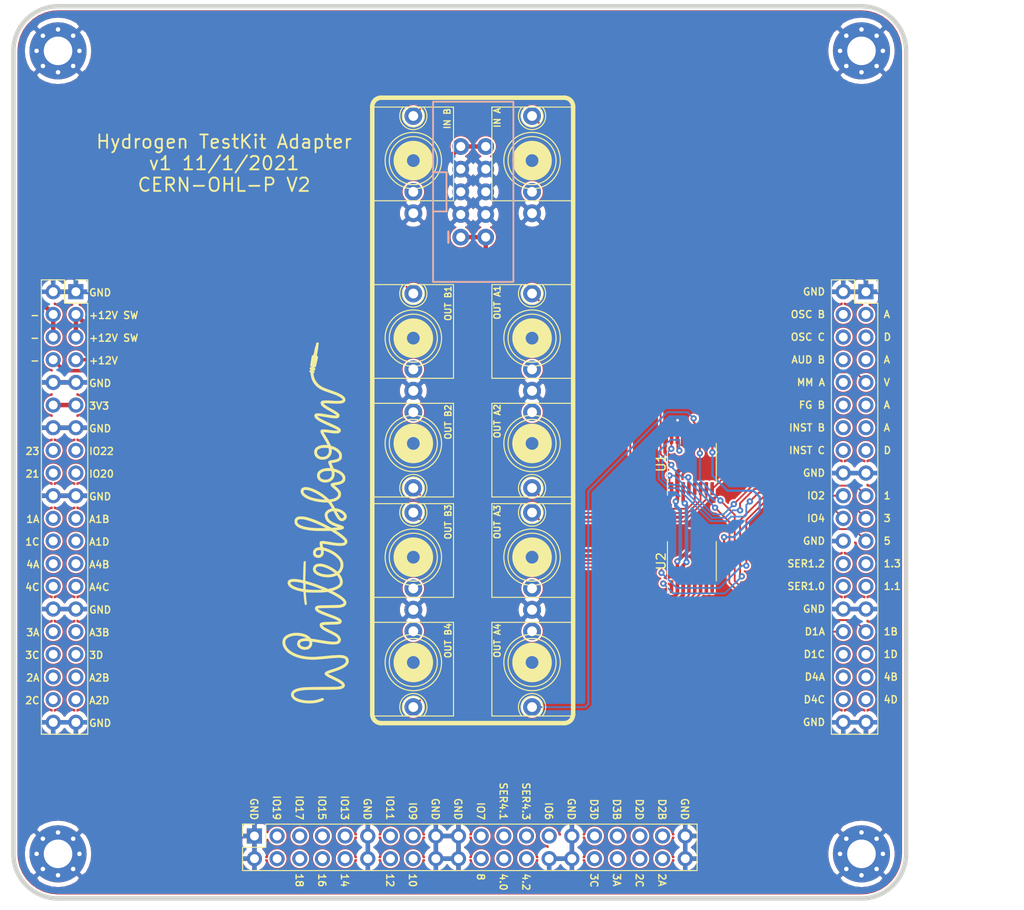
<source format=kicad_pcb>
(kicad_pcb (version 20171130) (host pcbnew "(5.1.10-1-10_14)")
  (title_block (title Hydrogen) (date 2021-10-07) (rev v2) (company Winterbloom) (comment 1 "Alethea Flowers") (comment 2 "CERN-OHL-P V2") (comment 3 hydrogen.wntr.dev))
  (layers (0 F.Cu signal) (31 B.Cu signal) (34 B.Paste user) (35 F.Paste user) (36 B.SilkS user) (37 F.SilkS user) (38 B.Mask user) (39 F.Mask user) (44 Edge.Cuts user))
  (net 0 "")
  (net 1 +12V)
  (net 2 -12V)
  (net 3 +3V3)
  (net 4 GND)
  (net 5 SERIAL1.3)
  (net 6 SERIAL1.2)
  (net 7 SERIAL1.1)
  (net 8 SERIAL1.0)
  (net 9 +12VDOWNSTREAM)
  (net 10 -12VDOWNSTREAM)
  (net 11 /DAC_4D)
  (net 12 /DAC_2D)
  (net 13 /DAC_4C)
  (net 14 /DAC_2C)
  (net 15 /DAC_4B)
  (net 16 /DAC_2B)
  (net 17 /DAC_4A)
  (net 18 /DAC_2A)
  (net 19 /DAC_3D)
  (net 20 /DAC_1D)
  (net 21 /DAC_3C)
  (net 22 /DAC_1C)
  (net 23 /DAC_3B)
  (net 24 /DAC_1B)
  (net 25 /DAC_3A)
  (net 26 /DAC_1A)
  (net 27 SERIAL4.3)
  (net 28 SERIAL4.2)
  (net 29 SERIAL4.1)
  (net 30 SERIAL4.0)
  (net 31 /EXT_FG_B)
  (net 32 /EXT_FG_A)
  (net 33 /EXT_MM_A)
  (net 34 /EXT_MM_V)
  (net 35 /EXT_AUDIO_B)
  (net 36 /EXT_AUDIO_A)
  (net 37 /EXT_OSC_C)
  (net 38 /EXT_OSC_D)
  (net 39 /EXT_OSC_B)
  (net 40 /EXT_OSC_A)
  (net 41 /IO5)
  (net 42 /IO4)
  (net 43 /IO3)
  (net 44 /IO2)
  (net 45 /IO1)
  (net 46 /ADC_1D)
  (net 47 /ADC_1C)
  (net 48 /ADC_1B)
  (net 49 /ADC_1A)
  (net 50 /ADC_4A)
  (net 51 /ADC_4B)
  (net 52 /ADC_4C)
  (net 53 /ADC_4D)
  (net 54 /ADC_2A)
  (net 55 /ADC_2B)
  (net 56 /ADC_2C)
  (net 57 /ADC_2D)
  (net 58 /ADC_3D)
  (net 59 /ADC_3C)
  (net 60 /ADC_3B)
  (net 61 /ADC_3A)
  (net 62 /IO6)
  (net 63 /IO7)
  (net 64 /IO8)
  (net 65 /IO9)
  (net 66 /IO10)
  (net 67 /IO11)
  (net 68 /IO12)
  (net 69 /IO13)
  (net 70 /IO14)
  (net 71 /IO15)
  (net 72 /IO16)
  (net 73 /IO17)
  (net 74 /IO18)
  (net 75 /IO19)
  (net 76 /IO20)
  (net 77 /IO21)
  (net 78 /IO22)
  (net 79 /IO23)
  (net 80 /EXT_INST_C)
  (net 81 /EXT_INST_D)
  (net 82 /EXT_INST_B)
  (net 83 /EXT_INST_A)
  (net 84 "Net-(J3-PadTN)")
  (net 85 "Net-(J4-PadTN)")
  (net 86 "Net-(J5-PadTN)")
  (net 87 "Net-(J6-PadTN)")
  (net 88 "Net-(J8-PadTN)")
  (net 89 "Net-(J9-PadTN)")
  (net 90 "Net-(J10-PadTN)")
  (net 91 "Net-(J11-PadTN)")
  (net 92 "Net-(BB2-Pad4)")
  (net 93 "Net-(J2-PadTN)")
  (net 94 "Net-(J7-PadTN)")
  (net 95 /OUT_A1)
  (net 96 /OUT_A2)
  (net 97 /OUT_A3)
  (net 98 /OUT_A4)
  (net 99 /OUT_B1)
  (net 100 /OUT_B2)
  (net 101 /OUT_B3)
  (net 102 /OUT_B4)
  (net 103 "Net-(U1-Pad9)")
  (net 104 "Net-(U2-Pad12)")
  (net 105 "Net-(U2-Pad11)")
  (net 106 "Net-(U2-Pad10)")
  (net 107 "Net-(U2-Pad9)")
  (net 108 "Net-(U2-Pad7)")
  (module Package_SO:TSSOP-16_4.4x5mm_P0.65mm (layer F.Cu) (at 151 111.2 90)
    (fp_text reference U2 (at 0 -3.45 90) (layer F.SilkS))
    (fp_text value MUX508)
    (pad 16 smd roundrect (at 2.8625 -2.275 90) (size 1.475 0.4) (layers F.Cu F.Paste F.Mask) (net 41 /IO5))
    (pad 15 smd roundrect (at 2.8625 -1.625 90) (size 1.475 0.4) (layers F.Cu F.Paste F.Mask) (net 4 GND))
    (pad 14 smd roundrect (at 2.8625 -0.975 90) (size 1.475 0.4) (layers F.Cu F.Paste F.Mask) (net 4 GND))
    (pad 13 smd roundrect (at 2.8625 -0.325 90) (size 1.475 0.4) (layers F.Cu F.Paste F.Mask) (net 1 +12V))
    (pad 12 smd roundrect (at 2.8625 0.325 90) (size 1.475 0.4) (layers F.Cu F.Paste F.Mask) (net 104 "Net-(U2-Pad12)"))
    (pad 11 smd roundrect (at 2.8625 0.975 90) (size 1.475 0.4) (layers F.Cu F.Paste F.Mask) (net 105 "Net-(U2-Pad11)"))
    (pad 10 smd roundrect (at 2.8625 1.625 90) (size 1.475 0.4) (layers F.Cu F.Paste F.Mask) (net 106 "Net-(U2-Pad10)"))
    (pad 9 smd roundrect (at 2.8625 2.275 90) (size 1.475 0.4) (layers F.Cu F.Paste F.Mask) (net 107 "Net-(U2-Pad9)"))
    (pad 8 smd roundrect (at -2.8625 2.275 90) (size 1.475 0.4) (layers F.Cu F.Paste F.Mask) (net 103 "Net-(U1-Pad9)"))
    (pad 7 smd roundrect (at -2.8625 1.625 90) (size 1.475 0.4) (layers F.Cu F.Paste F.Mask) (net 108 "Net-(U2-Pad7)"))
    (pad 6 smd roundrect (at -2.8625 0.975 90) (size 1.475 0.4) (layers F.Cu F.Paste F.Mask) (net 102 /OUT_B4))
    (pad 5 smd roundrect (at -2.8625 0.325 90) (size 1.475 0.4) (layers F.Cu F.Paste F.Mask) (net 101 /OUT_B3))
    (pad 4 smd roundrect (at -2.8625 -0.325 90) (size 1.475 0.4) (layers F.Cu F.Paste F.Mask) (net 100 /OUT_B2))
    (pad 3 smd roundrect (at -2.8625 -0.975 90) (size 1.475 0.4) (layers F.Cu F.Paste F.Mask) (net 2 -12V))
    (pad 2 smd roundrect (at -2.8625 -1.625 90) (size 1.475 0.4) (layers F.Cu F.Paste F.Mask) (net 1 +12V))
    (pad 1 smd roundrect (at -2.8625 -2.275 90) (size 1.475 0.4) (layers F.Cu F.Paste F.Mask) (net 42 /IO4))
  )
  (module Package_SO:TSSOP-16_4.4x5mm_P0.65mm (layer F.Cu) (at 151 100.2 90)
    (fp_text reference U1 (at 0 -3.45 90) (layer F.SilkS))
    (fp_text value MUX508)
    (pad 16 smd roundrect (at 2.8625 -2.275 90) (size 1.475 0.4) (layers F.Cu F.Paste F.Mask) (net 44 /IO2))
    (pad 15 smd roundrect (at 2.8625 -1.625 90) (size 1.475 0.4) (layers F.Cu F.Paste F.Mask) (net 43 /IO3))
    (pad 14 smd roundrect (at 2.8625 -0.975 90) (size 1.475 0.4) (layers F.Cu F.Paste F.Mask) (net 4 GND))
    (pad 13 smd roundrect (at 2.8625 -0.325 90) (size 1.475 0.4) (layers F.Cu F.Paste F.Mask) (net 1 +12V))
    (pad 12 smd roundrect (at 2.8625 0.325 90) (size 1.475 0.4) (layers F.Cu F.Paste F.Mask) (net 98 /OUT_A4))
    (pad 11 smd roundrect (at 2.8625 0.975 90) (size 1.475 0.4) (layers F.Cu F.Paste F.Mask) (net 24 /DAC_1B))
    (pad 10 smd roundrect (at 2.8625 1.625 90) (size 1.475 0.4) (layers F.Cu F.Paste F.Mask) (net 99 /OUT_B1))
    (pad 9 smd roundrect (at 2.8625 2.275 90) (size 1.475 0.4) (layers F.Cu F.Paste F.Mask) (net 103 "Net-(U1-Pad9)"))
    (pad 8 smd roundrect (at -2.8625 2.275 90) (size 1.475 0.4) (layers F.Cu F.Paste F.Mask) (net 34 /EXT_MM_V))
    (pad 7 smd roundrect (at -2.8625 1.625 90) (size 1.475 0.4) (layers F.Cu F.Paste F.Mask) (net 97 /OUT_A3))
    (pad 6 smd roundrect (at -2.8625 0.975 90) (size 1.475 0.4) (layers F.Cu F.Paste F.Mask) (net 96 /OUT_A2))
    (pad 5 smd roundrect (at -2.8625 0.325 90) (size 1.475 0.4) (layers F.Cu F.Paste F.Mask) (net 95 /OUT_A1))
    (pad 4 smd roundrect (at -2.8625 -0.325 90) (size 1.475 0.4) (layers F.Cu F.Paste F.Mask) (net 26 /DAC_1A))
    (pad 3 smd roundrect (at -2.8625 -0.975 90) (size 1.475 0.4) (layers F.Cu F.Paste F.Mask) (net 2 -12V))
    (pad 2 smd roundrect (at -2.8625 -1.625 90) (size 1.475 0.4) (layers F.Cu F.Paste F.Mask) (net 1 +12V))
    (pad 1 smd roundrect (at -2.8625 -2.275 90) (size 1.475 0.4) (layers F.Cu F.Paste F.Mask) (net 45 /IO1))
  )
  (module MountingHole:MountingHole_3.2mm_M3_Pad_Via (layer F.Cu) (at 80 54)
    (fp_text reference H1 hide)
    (fp_text value M3 hide)
    (pad 1 thru_hole circle (at 1.697056 -1.697056) (size 0.8 0.8) (drill 0.5) (layers *.Cu *.Mask) (net 4 GND))
    (pad 1 thru_hole circle (at 0 -2.4) (size 0.8 0.8) (drill 0.5) (layers *.Cu *.Mask) (net 4 GND))
    (pad 1 thru_hole circle (at -1.697056 -1.697056) (size 0.8 0.8) (drill 0.5) (layers *.Cu *.Mask) (net 4 GND))
    (pad 1 thru_hole circle (at -2.4 0) (size 0.8 0.8) (drill 0.5) (layers *.Cu *.Mask) (net 4 GND))
    (pad 1 thru_hole circle (at -1.697056 1.697056) (size 0.8 0.8) (drill 0.5) (layers *.Cu *.Mask) (net 4 GND))
    (pad 1 thru_hole circle (at 0 2.4) (size 0.8 0.8) (drill 0.5) (layers *.Cu *.Mask) (net 4 GND))
    (pad 1 thru_hole circle (at 1.697056 1.697056) (size 0.8 0.8) (drill 0.5) (layers *.Cu *.Mask) (net 4 GND))
    (pad 1 thru_hole circle (at 2.4 0) (size 0.8 0.8) (drill 0.5) (layers *.Cu *.Mask) (net 4 GND))
    (pad 1 thru_hole circle (at 0 0) (size 6.4 6.4) (drill 3.2) (layers *.Cu *.Mask) (net 4 GND))
  )
  (module MountingHole:MountingHole_3.2mm_M3_Pad_Via (layer F.Cu) (at 170 144)
    (fp_text reference H4 hide)
    (fp_text value M3 hide)
    (pad 1 thru_hole circle (at 1.697056 -1.697056) (size 0.8 0.8) (drill 0.5) (layers *.Cu *.Mask) (net 4 GND))
    (pad 1 thru_hole circle (at 0 -2.4) (size 0.8 0.8) (drill 0.5) (layers *.Cu *.Mask) (net 4 GND))
    (pad 1 thru_hole circle (at -1.697056 -1.697056) (size 0.8 0.8) (drill 0.5) (layers *.Cu *.Mask) (net 4 GND))
    (pad 1 thru_hole circle (at -2.4 0) (size 0.8 0.8) (drill 0.5) (layers *.Cu *.Mask) (net 4 GND))
    (pad 1 thru_hole circle (at -1.697056 1.697056) (size 0.8 0.8) (drill 0.5) (layers *.Cu *.Mask) (net 4 GND))
    (pad 1 thru_hole circle (at 0 2.4) (size 0.8 0.8) (drill 0.5) (layers *.Cu *.Mask) (net 4 GND))
    (pad 1 thru_hole circle (at 1.697056 1.697056) (size 0.8 0.8) (drill 0.5) (layers *.Cu *.Mask) (net 4 GND))
    (pad 1 thru_hole circle (at 2.4 0) (size 0.8 0.8) (drill 0.5) (layers *.Cu *.Mask) (net 4 GND))
    (pad 1 thru_hole circle (at 0 0) (size 6.4 6.4) (drill 3.2) (layers *.Cu *.Mask) (net 4 GND))
  )
  (module MountingHole:MountingHole_3.2mm_M3_Pad_Via (layer F.Cu) (at 170 54)
    (fp_text reference H3 hide)
    (fp_text value M3 hide)
    (pad 1 thru_hole circle (at 1.697056 -1.697056) (size 0.8 0.8) (drill 0.5) (layers *.Cu *.Mask) (net 4 GND))
    (pad 1 thru_hole circle (at 0 -2.4) (size 0.8 0.8) (drill 0.5) (layers *.Cu *.Mask) (net 4 GND))
    (pad 1 thru_hole circle (at -1.697056 -1.697056) (size 0.8 0.8) (drill 0.5) (layers *.Cu *.Mask) (net 4 GND))
    (pad 1 thru_hole circle (at -2.4 0) (size 0.8 0.8) (drill 0.5) (layers *.Cu *.Mask) (net 4 GND))
    (pad 1 thru_hole circle (at -1.697056 1.697056) (size 0.8 0.8) (drill 0.5) (layers *.Cu *.Mask) (net 4 GND))
    (pad 1 thru_hole circle (at 0 2.4) (size 0.8 0.8) (drill 0.5) (layers *.Cu *.Mask) (net 4 GND))
    (pad 1 thru_hole circle (at 1.697056 1.697056) (size 0.8 0.8) (drill 0.5) (layers *.Cu *.Mask) (net 4 GND))
    (pad 1 thru_hole circle (at 2.4 0) (size 0.8 0.8) (drill 0.5) (layers *.Cu *.Mask) (net 4 GND))
    (pad 1 thru_hole circle (at 0 0) (size 6.4 6.4) (drill 3.2) (layers *.Cu *.Mask) (net 4 GND))
  )
  (module MountingHole:MountingHole_3.2mm_M3_Pad_Via (layer F.Cu) (at 80 144)
    (fp_text reference H2 hide)
    (fp_text value M3 hide)
    (pad 1 thru_hole circle (at 1.697056 -1.697056) (size 0.8 0.8) (drill 0.5) (layers *.Cu *.Mask) (net 4 GND))
    (pad 1 thru_hole circle (at 0 -2.4) (size 0.8 0.8) (drill 0.5) (layers *.Cu *.Mask) (net 4 GND))
    (pad 1 thru_hole circle (at -1.697056 -1.697056) (size 0.8 0.8) (drill 0.5) (layers *.Cu *.Mask) (net 4 GND))
    (pad 1 thru_hole circle (at -2.4 0) (size 0.8 0.8) (drill 0.5) (layers *.Cu *.Mask) (net 4 GND))
    (pad 1 thru_hole circle (at -1.697056 1.697056) (size 0.8 0.8) (drill 0.5) (layers *.Cu *.Mask) (net 4 GND))
    (pad 1 thru_hole circle (at 0 2.4) (size 0.8 0.8) (drill 0.5) (layers *.Cu *.Mask) (net 4 GND))
    (pad 1 thru_hole circle (at 1.697056 1.697056) (size 0.8 0.8) (drill 0.5) (layers *.Cu *.Mask) (net 4 GND))
    (pad 1 thru_hole circle (at 2.4 0) (size 0.8 0.8) (drill 0.5) (layers *.Cu *.Mask) (net 4 GND))
    (pad 1 thru_hole circle (at 0 0) (size 6.4 6.4) (drill 3.2) (layers *.Cu *.Mask) (net 4 GND))
  )
  (module winterbloom:Extra_Long_Wiggly_Boi_40mm (layer F.Cu) (at 108.85 106.9 90)
    (fp_text reference G*** hide)
    (fp_text value LOGO hide)
  )
  (module Connector_PinSocket_2.54mm:PinSocket_2x20_P2.54mm_Vertical (layer F.Cu) (at 102 142 90)
    (fp_text reference BB2 hide)
    (fp_text value Bottom hide)
    (pad 40 thru_hole oval (at -2.54 48.26 90) (size 1.7 1.7) (drill 1) (layers *.Cu *.Mask) (net 4 GND))
    (pad 39 thru_hole oval (at 0 48.26 90) (size 1.7 1.7) (drill 1) (layers *.Cu *.Mask) (net 4 GND))
    (pad 38 thru_hole oval (at -2.54 45.72 90) (size 1.7 1.7) (drill 1) (layers *.Cu *.Mask) (net 18 /DAC_2A))
    (pad 37 thru_hole oval (at 0 45.72 90) (size 1.7 1.7) (drill 1) (layers *.Cu *.Mask) (net 16 /DAC_2B))
    (pad 36 thru_hole oval (at -2.54 43.18 90) (size 1.7 1.7) (drill 1) (layers *.Cu *.Mask) (net 14 /DAC_2C))
    (pad 35 thru_hole oval (at 0 43.18 90) (size 1.7 1.7) (drill 1) (layers *.Cu *.Mask) (net 12 /DAC_2D))
    (pad 34 thru_hole oval (at -2.54 40.64 90) (size 1.7 1.7) (drill 1) (layers *.Cu *.Mask) (net 25 /DAC_3A))
    (pad 33 thru_hole oval (at 0 40.64 90) (size 1.7 1.7) (drill 1) (layers *.Cu *.Mask) (net 23 /DAC_3B))
    (pad 32 thru_hole oval (at -2.54 38.1 90) (size 1.7 1.7) (drill 1) (layers *.Cu *.Mask) (net 21 /DAC_3C))
    (pad 31 thru_hole oval (at 0 38.1 90) (size 1.7 1.7) (drill 1) (layers *.Cu *.Mask) (net 19 /DAC_3D))
    (pad 30 thru_hole oval (at -2.54 35.56 90) (size 1.7 1.7) (drill 1) (layers *.Cu *.Mask) (net 4 GND))
    (pad 29 thru_hole oval (at 0 35.56 90) (size 1.7 1.7) (drill 1) (layers *.Cu *.Mask) (net 4 GND))
    (pad 28 thru_hole oval (at -2.54 33.02 90) (size 1.7 1.7) (drill 1) (layers *.Cu *.Mask) (net 4 GND))
    (pad 27 thru_hole oval (at 0 33.02 90) (size 1.7 1.7) (drill 1) (layers *.Cu *.Mask) (net 62 /IO6))
    (pad 26 thru_hole oval (at -2.54 30.48 90) (size 1.7 1.7) (drill 1) (layers *.Cu *.Mask) (net 28 SERIAL4.2))
    (pad 25 thru_hole oval (at 0 30.48 90) (size 1.7 1.7) (drill 1) (layers *.Cu *.Mask) (net 27 SERIAL4.3))
    (pad 24 thru_hole oval (at -2.54 27.94 90) (size 1.7 1.7) (drill 1) (layers *.Cu *.Mask) (net 30 SERIAL4.0))
    (pad 23 thru_hole oval (at 0 27.94 90) (size 1.7 1.7) (drill 1) (layers *.Cu *.Mask) (net 29 SERIAL4.1))
    (pad 22 thru_hole oval (at -2.54 25.4 90) (size 1.7 1.7) (drill 1) (layers *.Cu *.Mask) (net 64 /IO8))
    (pad 21 thru_hole oval (at 0 25.4 90) (size 1.7 1.7) (drill 1) (layers *.Cu *.Mask) (net 63 /IO7))
    (pad 20 thru_hole oval (at -2.54 22.86 90) (size 1.7 1.7) (drill 1) (layers *.Cu *.Mask) (net 4 GND))
    (pad 19 thru_hole oval (at 0 22.86 90) (size 1.7 1.7) (drill 1) (layers *.Cu *.Mask) (net 4 GND))
    (pad 18 thru_hole oval (at -2.54 20.32 90) (size 1.7 1.7) (drill 1) (layers *.Cu *.Mask) (net 4 GND))
    (pad 17 thru_hole oval (at 0 20.32 90) (size 1.7 1.7) (drill 1) (layers *.Cu *.Mask) (net 4 GND))
    (pad 16 thru_hole oval (at -2.54 17.78 90) (size 1.7 1.7) (drill 1) (layers *.Cu *.Mask) (net 66 /IO10))
    (pad 15 thru_hole oval (at 0 17.78 90) (size 1.7 1.7) (drill 1) (layers *.Cu *.Mask) (net 65 /IO9))
    (pad 14 thru_hole oval (at -2.54 15.24 90) (size 1.7 1.7) (drill 1) (layers *.Cu *.Mask) (net 68 /IO12))
    (pad 13 thru_hole oval (at 0 15.24 90) (size 1.7 1.7) (drill 1) (layers *.Cu *.Mask) (net 67 /IO11))
    (pad 12 thru_hole oval (at -2.54 12.7 90) (size 1.7 1.7) (drill 1) (layers *.Cu *.Mask) (net 4 GND))
    (pad 11 thru_hole oval (at 0 12.7 90) (size 1.7 1.7) (drill 1) (layers *.Cu *.Mask) (net 4 GND))
    (pad 10 thru_hole oval (at -2.54 10.16 90) (size 1.7 1.7) (drill 1) (layers *.Cu *.Mask) (net 70 /IO14))
    (pad 9 thru_hole oval (at 0 10.16 90) (size 1.7 1.7) (drill 1) (layers *.Cu *.Mask) (net 69 /IO13))
    (pad 8 thru_hole oval (at -2.54 7.62 90) (size 1.7 1.7) (drill 1) (layers *.Cu *.Mask) (net 72 /IO16))
    (pad 7 thru_hole oval (at 0 7.62 90) (size 1.7 1.7) (drill 1) (layers *.Cu *.Mask) (net 71 /IO15))
    (pad 6 thru_hole oval (at -2.54 5.08 90) (size 1.7 1.7) (drill 1) (layers *.Cu *.Mask) (net 74 /IO18))
    (pad 5 thru_hole oval (at 0 5.08 90) (size 1.7 1.7) (drill 1) (layers *.Cu *.Mask) (net 73 /IO17))
    (pad 4 thru_hole oval (at -2.54 2.54 90) (size 1.7 1.7) (drill 1) (layers *.Cu *.Mask) (net 92 "Net-(BB2-Pad4)"))
    (pad 3 thru_hole oval (at 0 2.54 90) (size 1.7 1.7) (drill 1) (layers *.Cu *.Mask) (net 75 /IO19))
    (pad 2 thru_hole oval (at -2.54 0 90) (size 1.7 1.7) (drill 1) (layers *.Cu *.Mask) (net 4 GND))
    (pad 1 thru_hole rect (at 0 0 90) (size 1.7 1.7) (drill 1) (layers *.Cu *.Mask) (net 4 GND))
  )
  (module Connector_PinSocket_2.54mm:PinSocket_2x20_P2.54mm_Vertical (layer F.Cu) (at 170.5 81)
    (fp_text reference BB3 hide)
    (fp_text value Right hide)
    (pad 40 thru_hole oval (at -2.54 48.26) (size 1.7 1.7) (drill 1) (layers *.Cu *.Mask) (net 4 GND))
    (pad 39 thru_hole oval (at 0 48.26) (size 1.7 1.7) (drill 1) (layers *.Cu *.Mask) (net 4 GND))
    (pad 38 thru_hole oval (at -2.54 45.72) (size 1.7 1.7) (drill 1) (layers *.Cu *.Mask) (net 13 /DAC_4C))
    (pad 37 thru_hole oval (at 0 45.72) (size 1.7 1.7) (drill 1) (layers *.Cu *.Mask) (net 11 /DAC_4D))
    (pad 36 thru_hole oval (at -2.54 43.18) (size 1.7 1.7) (drill 1) (layers *.Cu *.Mask) (net 17 /DAC_4A))
    (pad 35 thru_hole oval (at 0 43.18) (size 1.7 1.7) (drill 1) (layers *.Cu *.Mask) (net 15 /DAC_4B))
    (pad 34 thru_hole oval (at -2.54 40.64) (size 1.7 1.7) (drill 1) (layers *.Cu *.Mask) (net 22 /DAC_1C))
    (pad 33 thru_hole oval (at 0 40.64) (size 1.7 1.7) (drill 1) (layers *.Cu *.Mask) (net 20 /DAC_1D))
    (pad 32 thru_hole oval (at -2.54 38.1) (size 1.7 1.7) (drill 1) (layers *.Cu *.Mask) (net 26 /DAC_1A))
    (pad 31 thru_hole oval (at 0 38.1) (size 1.7 1.7) (drill 1) (layers *.Cu *.Mask) (net 24 /DAC_1B))
    (pad 30 thru_hole oval (at -2.54 35.56) (size 1.7 1.7) (drill 1) (layers *.Cu *.Mask) (net 4 GND))
    (pad 29 thru_hole oval (at 0 35.56) (size 1.7 1.7) (drill 1) (layers *.Cu *.Mask) (net 4 GND))
    (pad 28 thru_hole oval (at -2.54 33.02) (size 1.7 1.7) (drill 1) (layers *.Cu *.Mask) (net 8 SERIAL1.0))
    (pad 27 thru_hole oval (at 0 33.02) (size 1.7 1.7) (drill 1) (layers *.Cu *.Mask) (net 7 SERIAL1.1))
    (pad 26 thru_hole oval (at -2.54 30.48) (size 1.7 1.7) (drill 1) (layers *.Cu *.Mask) (net 6 SERIAL1.2))
    (pad 25 thru_hole oval (at 0 30.48) (size 1.7 1.7) (drill 1) (layers *.Cu *.Mask) (net 5 SERIAL1.3))
    (pad 24 thru_hole oval (at -2.54 27.94) (size 1.7 1.7) (drill 1) (layers *.Cu *.Mask) (net 4 GND))
    (pad 23 thru_hole oval (at 0 27.94) (size 1.7 1.7) (drill 1) (layers *.Cu *.Mask) (net 41 /IO5))
    (pad 22 thru_hole oval (at -2.54 25.4) (size 1.7 1.7) (drill 1) (layers *.Cu *.Mask) (net 42 /IO4))
    (pad 21 thru_hole oval (at 0 25.4) (size 1.7 1.7) (drill 1) (layers *.Cu *.Mask) (net 43 /IO3))
    (pad 20 thru_hole oval (at -2.54 22.86) (size 1.7 1.7) (drill 1) (layers *.Cu *.Mask) (net 44 /IO2))
    (pad 19 thru_hole oval (at 0 22.86) (size 1.7 1.7) (drill 1) (layers *.Cu *.Mask) (net 45 /IO1))
    (pad 18 thru_hole oval (at -2.54 20.32) (size 1.7 1.7) (drill 1) (layers *.Cu *.Mask) (net 4 GND))
    (pad 17 thru_hole oval (at 0 20.32) (size 1.7 1.7) (drill 1) (layers *.Cu *.Mask) (net 4 GND))
    (pad 16 thru_hole oval (at -2.54 17.78) (size 1.7 1.7) (drill 1) (layers *.Cu *.Mask) (net 80 /EXT_INST_C))
    (pad 15 thru_hole oval (at 0 17.78) (size 1.7 1.7) (drill 1) (layers *.Cu *.Mask) (net 81 /EXT_INST_D))
    (pad 14 thru_hole oval (at -2.54 15.24) (size 1.7 1.7) (drill 1) (layers *.Cu *.Mask) (net 82 /EXT_INST_B))
    (pad 13 thru_hole oval (at 0 15.24) (size 1.7 1.7) (drill 1) (layers *.Cu *.Mask) (net 83 /EXT_INST_A))
    (pad 12 thru_hole oval (at -2.54 12.7) (size 1.7 1.7) (drill 1) (layers *.Cu *.Mask) (net 31 /EXT_FG_B))
    (pad 11 thru_hole oval (at 0 12.7) (size 1.7 1.7) (drill 1) (layers *.Cu *.Mask) (net 32 /EXT_FG_A))
    (pad 10 thru_hole oval (at -2.54 10.16) (size 1.7 1.7) (drill 1) (layers *.Cu *.Mask) (net 33 /EXT_MM_A))
    (pad 9 thru_hole oval (at 0 10.16) (size 1.7 1.7) (drill 1) (layers *.Cu *.Mask) (net 34 /EXT_MM_V))
    (pad 8 thru_hole oval (at -2.54 7.62) (size 1.7 1.7) (drill 1) (layers *.Cu *.Mask) (net 35 /EXT_AUDIO_B))
    (pad 7 thru_hole oval (at 0 7.62) (size 1.7 1.7) (drill 1) (layers *.Cu *.Mask) (net 36 /EXT_AUDIO_A))
    (pad 6 thru_hole oval (at -2.54 5.08) (size 1.7 1.7) (drill 1) (layers *.Cu *.Mask) (net 37 /EXT_OSC_C))
    (pad 5 thru_hole oval (at 0 5.08) (size 1.7 1.7) (drill 1) (layers *.Cu *.Mask) (net 38 /EXT_OSC_D))
    (pad 4 thru_hole oval (at -2.54 2.54) (size 1.7 1.7) (drill 1) (layers *.Cu *.Mask) (net 39 /EXT_OSC_B))
    (pad 3 thru_hole oval (at 0 2.54) (size 1.7 1.7) (drill 1) (layers *.Cu *.Mask) (net 40 /EXT_OSC_A))
    (pad 2 thru_hole oval (at -2.54 0) (size 1.7 1.7) (drill 1) (layers *.Cu *.Mask) (net 4 GND))
    (pad 1 thru_hole rect (at 0 0) (size 1.7 1.7) (drill 1) (layers *.Cu *.Mask) (net 4 GND))
  )
  (module Connector_PinSocket_2.54mm:PinSocket_2x20_P2.54mm_Vertical (layer F.Cu) (at 82 81)
    (fp_text reference BB1 hide)
    (fp_text value Left hide)
    (pad 40 thru_hole oval (at -2.54 48.26) (size 1.7 1.7) (drill 1) (layers *.Cu *.Mask) (net 4 GND))
    (pad 39 thru_hole oval (at 0 48.26) (size 1.7 1.7) (drill 1) (layers *.Cu *.Mask) (net 4 GND))
    (pad 38 thru_hole oval (at -2.54 45.72) (size 1.7 1.7) (drill 1) (layers *.Cu *.Mask) (net 56 /ADC_2C))
    (pad 37 thru_hole oval (at 0 45.72) (size 1.7 1.7) (drill 1) (layers *.Cu *.Mask) (net 57 /ADC_2D))
    (pad 36 thru_hole oval (at -2.54 43.18) (size 1.7 1.7) (drill 1) (layers *.Cu *.Mask) (net 54 /ADC_2A))
    (pad 35 thru_hole oval (at 0 43.18) (size 1.7 1.7) (drill 1) (layers *.Cu *.Mask) (net 55 /ADC_2B))
    (pad 34 thru_hole oval (at -2.54 40.64) (size 1.7 1.7) (drill 1) (layers *.Cu *.Mask) (net 59 /ADC_3C))
    (pad 33 thru_hole oval (at 0 40.64) (size 1.7 1.7) (drill 1) (layers *.Cu *.Mask) (net 58 /ADC_3D))
    (pad 32 thru_hole oval (at -2.54 38.1) (size 1.7 1.7) (drill 1) (layers *.Cu *.Mask) (net 61 /ADC_3A))
    (pad 31 thru_hole oval (at 0 38.1) (size 1.7 1.7) (drill 1) (layers *.Cu *.Mask) (net 60 /ADC_3B))
    (pad 30 thru_hole oval (at -2.54 35.56) (size 1.7 1.7) (drill 1) (layers *.Cu *.Mask) (net 4 GND))
    (pad 29 thru_hole oval (at 0 35.56) (size 1.7 1.7) (drill 1) (layers *.Cu *.Mask) (net 4 GND))
    (pad 28 thru_hole oval (at -2.54 33.02) (size 1.7 1.7) (drill 1) (layers *.Cu *.Mask) (net 52 /ADC_4C))
    (pad 27 thru_hole oval (at 0 33.02) (size 1.7 1.7) (drill 1) (layers *.Cu *.Mask) (net 53 /ADC_4D))
    (pad 26 thru_hole oval (at -2.54 30.48) (size 1.7 1.7) (drill 1) (layers *.Cu *.Mask) (net 50 /ADC_4A))
    (pad 25 thru_hole oval (at 0 30.48) (size 1.7 1.7) (drill 1) (layers *.Cu *.Mask) (net 51 /ADC_4B))
    (pad 24 thru_hole oval (at -2.54 27.94) (size 1.7 1.7) (drill 1) (layers *.Cu *.Mask) (net 47 /ADC_1C))
    (pad 23 thru_hole oval (at 0 27.94) (size 1.7 1.7) (drill 1) (layers *.Cu *.Mask) (net 46 /ADC_1D))
    (pad 22 thru_hole oval (at -2.54 25.4) (size 1.7 1.7) (drill 1) (layers *.Cu *.Mask) (net 49 /ADC_1A))
    (pad 21 thru_hole oval (at 0 25.4) (size 1.7 1.7) (drill 1) (layers *.Cu *.Mask) (net 48 /ADC_1B))
    (pad 20 thru_hole oval (at -2.54 22.86) (size 1.7 1.7) (drill 1) (layers *.Cu *.Mask) (net 4 GND))
    (pad 19 thru_hole oval (at 0 22.86) (size 1.7 1.7) (drill 1) (layers *.Cu *.Mask) (net 4 GND))
    (pad 18 thru_hole oval (at -2.54 20.32) (size 1.7 1.7) (drill 1) (layers *.Cu *.Mask) (net 77 /IO21))
    (pad 17 thru_hole oval (at 0 20.32) (size 1.7 1.7) (drill 1) (layers *.Cu *.Mask) (net 76 /IO20))
    (pad 16 thru_hole oval (at -2.54 17.78) (size 1.7 1.7) (drill 1) (layers *.Cu *.Mask) (net 79 /IO23))
    (pad 15 thru_hole oval (at 0 17.78) (size 1.7 1.7) (drill 1) (layers *.Cu *.Mask) (net 78 /IO22))
    (pad 14 thru_hole oval (at -2.54 15.24) (size 1.7 1.7) (drill 1) (layers *.Cu *.Mask) (net 4 GND))
    (pad 13 thru_hole oval (at 0 15.24) (size 1.7 1.7) (drill 1) (layers *.Cu *.Mask) (net 4 GND))
    (pad 12 thru_hole oval (at -2.54 12.7) (size 1.7 1.7) (drill 1) (layers *.Cu *.Mask) (net 3 +3V3))
    (pad 11 thru_hole oval (at 0 12.7) (size 1.7 1.7) (drill 1) (layers *.Cu *.Mask) (net 3 +3V3))
    (pad 10 thru_hole oval (at -2.54 10.16) (size 1.7 1.7) (drill 1) (layers *.Cu *.Mask) (net 4 GND))
    (pad 9 thru_hole oval (at 0 10.16) (size 1.7 1.7) (drill 1) (layers *.Cu *.Mask) (net 4 GND))
    (pad 8 thru_hole oval (at -2.54 7.62) (size 1.7 1.7) (drill 1) (layers *.Cu *.Mask) (net 2 -12V))
    (pad 7 thru_hole oval (at 0 7.62) (size 1.7 1.7) (drill 1) (layers *.Cu *.Mask) (net 1 +12V))
    (pad 6 thru_hole oval (at -2.54 5.08) (size 1.7 1.7) (drill 1) (layers *.Cu *.Mask) (net 10 -12VDOWNSTREAM))
    (pad 5 thru_hole oval (at 0 5.08) (size 1.7 1.7) (drill 1) (layers *.Cu *.Mask) (net 9 +12VDOWNSTREAM))
    (pad 4 thru_hole oval (at -2.54 2.54) (size 1.7 1.7) (drill 1) (layers *.Cu *.Mask) (net 10 -12VDOWNSTREAM))
    (pad 3 thru_hole oval (at 0 2.54) (size 1.7 1.7) (drill 1) (layers *.Cu *.Mask) (net 9 +12VDOWNSTREAM))
    (pad 2 thru_hole oval (at -2.54 0) (size 1.7 1.7) (drill 1) (layers *.Cu *.Mask) (net 4 GND))
    (pad 1 thru_hole rect (at 0 0) (size 1.7 1.7) (drill 1) (layers *.Cu *.Mask) (net 4 GND))
  )
  (module winterbloom:Eurorack_Power (layer B.Cu) (at 126.5 69.8 90)
    (fp_text reference J1 hide)
    (fp_text value Power hide)
    (pad 10 thru_hole circle (at 5.08 1.407) (size 1.8796 1.8796) (drill 1.016) (layers *.Cu *.Mask) (net 10 -12VDOWNSTREAM))
    (pad 9 thru_hole circle (at 5.08 -1.387) (size 1.8796 1.8796) (drill 1.016) (layers *.Cu *.Mask) (net 10 -12VDOWNSTREAM))
    (pad 8 thru_hole circle (at 2.54 1.407) (size 1.8796 1.8796) (drill 1.016) (layers *.Cu *.Mask) (net 4 GND))
    (pad 7 thru_hole circle (at 2.54 -1.387) (size 1.8796 1.8796) (drill 1.016) (layers *.Cu *.Mask) (net 4 GND))
    (pad 6 thru_hole circle (at 0 1.407) (size 1.8796 1.8796) (drill 1.016) (layers *.Cu *.Mask) (net 4 GND))
    (pad 5 thru_hole circle (at 0 -1.387) (size 1.8796 1.8796) (drill 1.016) (layers *.Cu *.Mask) (net 4 GND))
    (pad 4 thru_hole circle (at -2.54 1.407) (size 1.8796 1.8796) (drill 1.016) (layers *.Cu *.Mask) (net 4 GND))
    (pad 3 thru_hole circle (at -2.54 -1.387) (size 1.8796 1.8796) (drill 1.016) (layers *.Cu *.Mask) (net 4 GND))
    (pad 2 thru_hole circle (at -5.08 1.407) (size 1.8796 1.8796) (drill 1.016) (layers *.Cu *.Mask) (net 9 +12VDOWNSTREAM))
    (pad 1 thru_hole circle (at -5.08 -1.387) (size 1.8796 1.8796) (drill 1.016) (layers *.Cu *.Mask) (net 9 +12VDOWNSTREAM))
  )
  (module winterbloom:WQP-WQP518MA-skinny (layer F.Cu) (at 119.8 86.2)
    (fp_text reference J8 hide)
    (fp_text value "OUT B1" (at 3.9 -3.9 90) (layer F.SilkS) (effects (font (size 0.7 0.7))))
    (pad S thru_hole circle (at 0 5.9) (size 2 2) (drill 1.1) (layers *.Cu *.Mask) (net 4 GND))
    (pad TN thru_hole circle (at 0 3.5) (size 2 2) (drill 1.1) (layers *.Cu *.Mask) (net 88 "Net-(J8-PadTN)"))
    (pad T thru_hole circle (at 0 -5) (size 2 2) (drill 1.1) (layers *.Cu *.Mask) (net 99 /OUT_B1))
  )
  (module winterbloom:WQP-WQP518MA-skinny (layer F.Cu) (at 119.8 122.55 180)
    (fp_text reference J11 hide)
    (fp_text value "OUT B4" (at -3.9 2.45 90) (layer F.SilkS) (effects (font (size 0.7 0.7))))
    (pad S thru_hole circle (at 0 5.9 180) (size 2 2) (drill 1.1) (layers *.Cu *.Mask) (net 4 GND))
    (pad TN thru_hole circle (at 0 3.5 180) (size 2 2) (drill 1.1) (layers *.Cu *.Mask) (net 91 "Net-(J11-PadTN)"))
    (pad T thru_hole circle (at 0 -5 180) (size 2 2) (drill 1.1) (layers *.Cu *.Mask) (net 102 /OUT_B4))
  )
  (module winterbloom:WQP-WQP518MA-skinny (layer F.Cu) (at 119.8 110.75)
    (fp_text reference J10 hide)
    (fp_text value "OUT B3" (at 3.9 -3.95 90) (layer F.SilkS) (effects (font (size 0.7 0.7))))
    (pad S thru_hole circle (at 0 5.9) (size 2 2) (drill 1.1) (layers *.Cu *.Mask) (net 4 GND))
    (pad TN thru_hole circle (at 0 3.5) (size 2 2) (drill 1.1) (layers *.Cu *.Mask) (net 90 "Net-(J10-PadTN)"))
    (pad T thru_hole circle (at 0 -5) (size 2 2) (drill 1.1) (layers *.Cu *.Mask) (net 101 /OUT_B3))
  )
  (module winterbloom:WQP-WQP518MA-skinny (layer F.Cu) (at 119.8 98 180)
    (fp_text reference J9 hide)
    (fp_text value "OUT B2" (at -3.9 2.4 90) (layer F.SilkS) (effects (font (size 0.7 0.7))))
    (pad S thru_hole circle (at 0 5.9 180) (size 2 2) (drill 1.1) (layers *.Cu *.Mask) (net 4 GND))
    (pad TN thru_hole circle (at 0 3.5 180) (size 2 2) (drill 1.1) (layers *.Cu *.Mask) (net 89 "Net-(J9-PadTN)"))
    (pad T thru_hole circle (at 0 -5 180) (size 2 2) (drill 1.1) (layers *.Cu *.Mask) (net 100 /OUT_B2))
  )
  (module winterbloom:WQP-WQP518MA-skinny (layer F.Cu) (at 119.8 66.3)
    (fp_text reference J7 hide)
    (fp_text value "IN B" (at 3.8 -4.7 90) (layer F.SilkS) (effects (font (size 0.7 0.7))))
    (pad S thru_hole circle (at 0 5.9) (size 2 2) (drill 1.1) (layers *.Cu *.Mask) (net 4 GND))
    (pad TN thru_hole circle (at 0 3.5) (size 2 2) (drill 1.1) (layers *.Cu *.Mask) (net 94 "Net-(J7-PadTN)"))
    (pad T thru_hole circle (at 0 -5) (size 2 2) (drill 1.1) (layers *.Cu *.Mask) (net 24 /DAC_1B))
  )
  (module winterbloom:WQP-WQP518MA-skinny (layer F.Cu) (at 133.1 122.55 180)
    (fp_text reference J6 hide)
    (fp_text value "OUT A4" (at 3.9 2.45 90) (layer F.SilkS) (effects (font (size 0.7 0.7))))
    (pad S thru_hole circle (at 0 5.9 180) (size 2 2) (drill 1.1) (layers *.Cu *.Mask) (net 4 GND))
    (pad TN thru_hole circle (at 0 3.5 180) (size 2 2) (drill 1.1) (layers *.Cu *.Mask) (net 87 "Net-(J6-PadTN)"))
    (pad T thru_hole circle (at 0 -5 180) (size 2 2) (drill 1.1) (layers *.Cu *.Mask) (net 98 /OUT_A4))
  )
  (module winterbloom:WQP-WQP518MA-skinny (layer F.Cu) (at 133.1 110.75)
    (fp_text reference J5 hide)
    (fp_text value "OUT A3" (at -3.9 -3.95 90) (layer F.SilkS) (effects (font (size 0.7 0.7))))
    (pad S thru_hole circle (at 0 5.9) (size 2 2) (drill 1.1) (layers *.Cu *.Mask) (net 4 GND))
    (pad TN thru_hole circle (at 0 3.5) (size 2 2) (drill 1.1) (layers *.Cu *.Mask) (net 86 "Net-(J5-PadTN)"))
    (pad T thru_hole circle (at 0 -5) (size 2 2) (drill 1.1) (layers *.Cu *.Mask) (net 97 /OUT_A3))
  )
  (module winterbloom:WQP-WQP518MA-skinny (layer F.Cu) (at 133.1 98 180)
    (fp_text reference J4 hide)
    (fp_text value "OUT A2" (at 3.9 2.5 90) (layer F.SilkS) (effects (font (size 0.7 0.7))))
    (pad S thru_hole circle (at 0 5.9 180) (size 2 2) (drill 1.1) (layers *.Cu *.Mask) (net 4 GND))
    (pad TN thru_hole circle (at 0 3.5 180) (size 2 2) (drill 1.1) (layers *.Cu *.Mask) (net 85 "Net-(J4-PadTN)"))
    (pad T thru_hole circle (at 0 -5 180) (size 2 2) (drill 1.1) (layers *.Cu *.Mask) (net 96 /OUT_A2))
  )
  (module winterbloom:WQP-WQP518MA-skinny (layer F.Cu) (at 133.1 86.2)
    (fp_text reference J3 hide)
    (fp_text value "OUT A1" (at -3.9 -4 90) (layer F.SilkS) (effects (font (size 0.7 0.7))))
    (pad S thru_hole circle (at 0 5.9) (size 2 2) (drill 1.1) (layers *.Cu *.Mask) (net 4 GND))
    (pad TN thru_hole circle (at 0 3.5) (size 2 2) (drill 1.1) (layers *.Cu *.Mask) (net 84 "Net-(J3-PadTN)"))
    (pad T thru_hole circle (at 0 -5) (size 2 2) (drill 1.1) (layers *.Cu *.Mask) (net 95 /OUT_A1))
  )
  (module winterbloom:WQP-WQP518MA-skinny (layer F.Cu) (at 133.1 66.3)
    (fp_text reference J2 hide)
    (fp_text value "IN A" (at -3.9 -4.8 90) (layer F.SilkS) (effects (font (size 0.7 0.7))))
    (pad S thru_hole circle (at 0 5.9) (size 2 2) (drill 1.1) (layers *.Cu *.Mask) (net 4 GND))
    (pad TN thru_hole circle (at 0 3.5) (size 2 2) (drill 1.1) (layers *.Cu *.Mask) (net 93 "Net-(J2-PadTN)"))
    (pad T thru_hole circle (at 0 -5) (size 2 2) (drill 1.1) (layers *.Cu *.Mask) (net 26 /DAC_1A))
  )
  (gr_arc (start 136.7 60.25) (end 137.7 60.25) (angle -90) (layer F.SilkS) (width 0.5))
  (gr_arc (start 116.2 60.25) (end 116.2 59.25) (angle -90) (layer F.SilkS) (width 0.5))
  (gr_arc (start 116.2 128.35) (end 115.2 128.35) (angle -90) (layer F.SilkS) (width 0.5))
  (gr_arc (start 136.7 128.35) (end 136.7 129.35) (angle -90) (layer F.SilkS) (width 0.5))
  (gr_line (start 137.7 128.35) (end 137.7 60.25) (layer F.SilkS) (width 0.5))
  (gr_line (start 116.2 129.35) (end 136.7 129.35) (layer F.SilkS) (width 0.5))
  (gr_line (start 115.2 60.25) (end 115.2 128.35) (layer F.SilkS) (width 0.5))
  (gr_line (start 136.7 59.25) (end 116.2 59.25) (layer F.SilkS) (width 0.5))
  (gr_text "Hydrogen TestKit Adapter\nv1 11/1/2021\nCERN-OHL-P V2" (at 98.6 66.6) (layer F.SilkS) (effects (font (size 1.5 1.5) (thickness 0.2))))
  (gr_text - (at 78 86.158946) (layer F.SilkS) (effects (font (size 0.8 0.8)) (justify right)))
  (gr_text - (at 78 88.698419) (layer F.SilkS) (effects (font (size 0.8 0.8)) (justify right)))
  (gr_text - (at 78 83.619473) (layer F.SilkS) (effects (font (size 0.8 0.8)) (justify right)))
  (gr_text GND (at 83.4 81.1) (layer F.SilkS) (effects (font (size 0.8 0.8)) (justify left)))
  (gr_text GND (at 83.4 91.257892) (layer F.SilkS) (effects (font (size 0.8 0.8)) (justify left)))
  (gr_text "+12V SW" (at 83.4 83.639473) (layer F.SilkS) (effects (font (size 0.8 0.8)) (justify left)))
  (gr_text GND (at 83.4 96.336838) (layer F.SilkS) (effects (font (size 0.8 0.8)) (justify left)))
  (gr_text IO22 (at 83.4 98.876311) (layer F.SilkS) (effects (font (size 0.8 0.8)) (justify left)))
  (gr_text A2D (at 83.4 126.810514) (layer F.SilkS) (effects (font (size 0.8 0.8)) (justify left)))
  (gr_text A1D (at 83.4 109.034203) (layer F.SilkS) (effects (font (size 0.8 0.8)) (justify left)))
  (gr_text A1B (at 83.4 106.49473) (layer F.SilkS) (effects (font (size 0.8 0.8)) (justify left)))
  (gr_text +12V (at 83.4 88.718419) (layer F.SilkS) (effects (font (size 0.8 0.8)) (justify left)))
  (gr_text "+12V SW" (at 83.4 86.178946) (layer F.SilkS) (effects (font (size 0.8 0.8)) (justify left)))
  (gr_text A4B (at 83.4 111.573676) (layer F.SilkS) (effects (font (size 0.8 0.8)) (justify left)))
  (gr_text A4C (at 83.4 114.113149) (layer F.SilkS) (effects (font (size 0.8 0.8)) (justify left)))
  (gr_text GND (at 83.4 129.35) (layer F.SilkS) (effects (font (size 0.8 0.8)) (justify left)))
  (gr_text GND (at 83.4 116.652622) (layer F.SilkS) (effects (font (size 0.8 0.8)) (justify left)))
  (gr_text GND (at 83.4 103.955257) (layer F.SilkS) (effects (font (size 0.8 0.8)) (justify left)))
  (gr_text A2B (at 83.4 124.271041) (layer F.SilkS) (effects (font (size 0.8 0.8)) (justify left)))
  (gr_text A3B (at 83.4 119.192095) (layer F.SilkS) (effects (font (size 0.8 0.8)) (justify left)))
  (gr_text 3D (at 83.4 121.731568) (layer F.SilkS) (effects (font (size 0.8 0.8)) (justify left)))
  (gr_text IO20 (at 83.4 101.415784) (layer F.SilkS) (effects (font (size 0.8 0.8)) (justify left)))
  (gr_text 3V3 (at 83.4 93.797365) (layer F.SilkS) (effects (font (size 0.8 0.8)) (justify left)))
  (gr_text 1A (at 78 106.49473) (layer F.SilkS) (effects (font (size 0.8 0.8)) (justify right)))
  (gr_text 1C (at 78 109.034203) (layer F.SilkS) (effects (font (size 0.8 0.8)) (justify right)))
  (gr_text 4A (at 78 111.573676) (layer F.SilkS) (effects (font (size 0.8 0.8)) (justify right)))
  (gr_text 4C (at 78 114.113149) (layer F.SilkS) (effects (font (size 0.8 0.8)) (justify right)))
  (gr_text 23 (at 78 98.876311) (layer F.SilkS) (effects (font (size 0.8 0.8)) (justify right)))
  (gr_text 2C (at 78 126.810514) (layer F.SilkS) (effects (font (size 0.8 0.8)) (justify right)))
  (gr_text 2A (at 78 124.271041) (layer F.SilkS) (effects (font (size 0.8 0.8)) (justify right)))
  (gr_text 3A (at 78 119.192095) (layer F.SilkS) (effects (font (size 0.8 0.8)) (justify right)))
  (gr_text 3C (at 78 121.731568) (layer F.SilkS) (effects (font (size 0.8 0.8)) (justify right)))
  (gr_text 21 (at 78 101.415784) (layer F.SilkS) (effects (font (size 0.8 0.8)) (justify right)))
  (gr_text 2C (at 145.121054 146.1 -90) (layer F.SilkS) (effects (font (size 0.8 0.8)) (justify left)))
  (gr_text 3A (at 142.581581 146.1 -90) (layer F.SilkS) (effects (font (size 0.8 0.8)) (justify left)))
  (gr_text 10 (at 119.726324 146.1 -90) (layer F.SilkS) (effects (font (size 0.8 0.8)) (justify left)))
  (gr_text 12 (at 117.186851 146.1 -90) (layer F.SilkS) (effects (font (size 0.8 0.8)) (justify left)))
  (gr_text 8 (at 127.344743 146.1 -90) (layer F.SilkS) (effects (font (size 0.8 0.8)) (justify left)))
  (gr_text 4.2 (at 132.423689 146.1 -90) (layer F.SilkS) (effects (font (size 0.8 0.8)) (justify left)))
  (gr_text 18 (at 107.028959 146.1 -90) (layer F.SilkS) (effects (font (size 0.8 0.8)) (justify left)))
  (gr_text 14 (at 112.107905 146.1 -90) (layer F.SilkS) (effects (font (size 0.8 0.8)) (justify left)))
  (gr_text 16 (at 109.568432 146.1 -90) (layer F.SilkS) (effects (font (size 0.8 0.8)) (justify left)))
  (gr_text 4.0 (at 129.884216 146.1 -90) (layer F.SilkS) (effects (font (size 0.8 0.8)) (justify left)))
  (gr_text 2A (at 147.660527 146.1 -90) (layer F.SilkS) (effects (font (size 0.8 0.8)) (justify left)))
  (gr_text 3C (at 140.042108 146.1 -90) (layer F.SilkS) (effects (font (size 0.8 0.8)) (justify left)))
  (gr_text IO9 (at 119.726324 140.3 -90) (layer F.SilkS) (effects (font (size 0.8 0.8)) (justify right)))
  (gr_text IO15 (at 109.568432 140.3 -90) (layer F.SilkS) (effects (font (size 0.8 0.8)) (justify right)))
  (gr_text GND (at 101.95 140.3 270) (layer F.SilkS) (effects (font (size 0.8 0.8)) (justify right)))
  (gr_text IO17 (at 107.028959 140.3 -90) (layer F.SilkS) (effects (font (size 0.8 0.8)) (justify right)))
  (gr_text SER4.3 (at 132.423689 140.3 -90) (layer F.SilkS) (effects (font (size 0.8 0.8)) (justify right)))
  (gr_text IO13 (at 112.107905 140.3 -90) (layer F.SilkS) (effects (font (size 0.8 0.8)) (justify right)))
  (gr_text GND (at 114.647378 140.3 270) (layer F.SilkS) (effects (font (size 0.8 0.8)) (justify right)))
  (gr_text IO19 (at 104.489486 140.3 -90) (layer F.SilkS) (effects (font (size 0.8 0.8)) (justify right)))
  (gr_text IO11 (at 117.186851 140.3 -90) (layer F.SilkS) (effects (font (size 0.8 0.8)) (justify right)))
  (gr_text SER4.1 (at 129.884216 140.3 -90) (layer F.SilkS) (effects (font (size 0.8 0.8)) (justify right)))
  (gr_text IO7 (at 127.344743 140.3 -90) (layer F.SilkS) (effects (font (size 0.8 0.8)) (justify right)))
  (gr_text IO6 (at 134.963162 140.3 -90) (layer F.SilkS) (effects (font (size 0.8 0.8)) (justify right)))
  (gr_text GND (at 137.502635 140.3 -90) (layer F.SilkS) (effects (font (size 0.8 0.8)) (justify right)))
  (gr_text GND (at 122.265797 140.3 270) (layer F.SilkS) (effects (font (size 0.8 0.8)) (justify right)))
  (gr_text GND (at 124.80527 140.3 -90) (layer F.SilkS) (effects (font (size 0.8 0.8)) (justify right)))
  (gr_text D2D (at 145.121054 140.3 -90) (layer F.SilkS) (effects (font (size 0.8 0.8)) (justify right)))
  (gr_text D3B (at 142.581581 140.3 -90) (layer F.SilkS) (effects (font (size 0.8 0.8)) (justify right)))
  (gr_text GND (at 150.2 140.3 270) (layer F.SilkS) (effects (font (size 0.8 0.8)) (justify right)))
  (gr_text D2B (at 147.660527 140.3 -90) (layer F.SilkS) (effects (font (size 0.8 0.8)) (justify right)))
  (gr_text D3D (at 140.042108 140.3 -90) (layer F.SilkS) (effects (font (size 0.8 0.8)) (justify right)))
  (gr_text 4D (at 172.4 126.710514) (layer F.SilkS) (effects (font (size 0.8 0.8)) (justify left)))
  (gr_text 4B (at 172.4 124.171041) (layer F.SilkS) (effects (font (size 0.8 0.8)) (justify left)))
  (gr_text 1D (at 172.4 121.631568) (layer F.SilkS) (effects (font (size 0.8 0.8)) (justify left)))
  (gr_text 1B (at 172.4 119.092095) (layer F.SilkS) (effects (font (size 0.8 0.8)) (justify left)))
  (gr_text 1.1 (at 172.4 114.013149) (layer F.SilkS) (effects (font (size 0.8 0.8)) (justify left)))
  (gr_text 1.3 (at 172.4 111.473676) (layer F.SilkS) (effects (font (size 0.8 0.8)) (justify left)))
  (gr_text 5 (at 172.4 108.934203) (layer F.SilkS) (effects (font (size 0.8 0.8)) (justify left)))
  (gr_text 3 (at 172.4 106.39473) (layer F.SilkS) (effects (font (size 0.8 0.8)) (justify left)))
  (gr_text 1 (at 172.4 103.855257) (layer F.SilkS) (effects (font (size 0.8 0.8)) (justify left)))
  (gr_text D (at 172.4 98.776311) (layer F.SilkS) (effects (font (size 0.8 0.8)) (justify left)))
  (gr_text A (at 172.4 96.236838) (layer F.SilkS) (effects (font (size 0.8 0.8)) (justify left)))
  (gr_text A (at 172.4 93.697365) (layer F.SilkS) (effects (font (size 0.8 0.8)) (justify left)))
  (gr_text GND (at 166 129.25) (layer F.SilkS) (effects (font (size 0.8 0.8)) (justify right)))
  (gr_text D4C (at 166 126.710514) (layer F.SilkS) (effects (font (size 0.8 0.8)) (justify right)))
  (gr_text D4A (at 166 124.171041) (layer F.SilkS) (effects (font (size 0.8 0.8)) (justify right)))
  (gr_text D1C (at 166 121.631568) (layer F.SilkS) (effects (font (size 0.8 0.8)) (justify right)))
  (gr_text D1A (at 166 119.092095) (layer F.SilkS) (effects (font (size 0.8 0.8)) (justify right)))
  (gr_text GND (at 166 116.552622) (layer F.SilkS) (effects (font (size 0.8 0.8)) (justify right)))
  (gr_text SER1.0 (at 166 114.013149) (layer F.SilkS) (effects (font (size 0.8 0.8)) (justify right)))
  (gr_text SER1.2 (at 166 111.473676) (layer F.SilkS) (effects (font (size 0.8 0.8)) (justify right)))
  (gr_text GND (at 166 108.934203) (layer F.SilkS) (effects (font (size 0.8 0.8)) (justify right)))
  (gr_text IO4 (at 166 106.39473) (layer F.SilkS) (effects (font (size 0.8 0.8)) (justify right)))
  (gr_text IO2 (at 166 103.855257) (layer F.SilkS) (effects (font (size 0.8 0.8)) (justify right)))
  (gr_text GND (at 166 101.315784) (layer F.SilkS) (effects (font (size 0.8 0.8)) (justify right)))
  (gr_text "INST C" (at 166 98.776311) (layer F.SilkS) (effects (font (size 0.8 0.8)) (justify right)))
  (gr_text "INST B" (at 166 96.236838) (layer F.SilkS) (effects (font (size 0.8 0.8)) (justify right)))
  (gr_text "FG B" (at 166 93.697365) (layer F.SilkS) (effects (font (size 0.8 0.8)) (justify right)))
  (gr_text V (at 172.4 91.157892) (layer F.SilkS) (effects (font (size 0.8 0.8)) (justify left)))
  (gr_text "MM A" (at 166 91.157892) (layer F.SilkS) (effects (font (size 0.8 0.8)) (justify right)))
  (gr_text A (at 172.4 88.618419) (layer F.SilkS) (effects (font (size 0.8 0.8)) (justify left)))
  (gr_text "AUD B" (at 166 88.618419) (layer F.SilkS) (effects (font (size 0.8 0.8)) (justify right)))
  (gr_text D (at 172.4 86.078946) (layer F.SilkS) (effects (font (size 0.8 0.8)) (justify left)))
  (gr_text "OSC C" (at 166 86.078946) (layer F.SilkS) (effects (font (size 0.8 0.8)) (justify right)))
  (gr_text A (at 172.4 83.539473) (layer F.SilkS) (effects (font (size 0.8 0.8)) (justify left)))
  (gr_text "OSC B" (at 166 83.539473) (layer F.SilkS) (effects (font (size 0.8 0.8)) (justify right)))
  (gr_text GND (at 166 81) (layer F.SilkS) (effects (font (size 0.8 0.8)) (justify right)))
  (gr_arc (start 80 144) (end 75 144) (angle -90) (layer Edge.Cuts) (width 0.5))
  (gr_arc (start 170 144) (end 170 149) (angle -90) (layer Edge.Cuts) (width 0.5))
  (gr_arc (start 170 54) (end 175 54) (angle -90) (layer Edge.Cuts) (width 0.5))
  (gr_arc (start 80 54) (end 80 49) (angle -90) (layer Edge.Cuts) (width 0.5))
  (gr_line (start 75 144) (end 75 54) (layer Edge.Cuts) (width 0.5))
  (gr_line (start 170 149) (end 80 149) (layer Edge.Cuts) (width 0.5))
  (gr_line (start 175 54) (end 175 144) (layer Edge.Cuts) (width 0.5))
  (gr_line (start 80 49) (end 170 49) (layer Edge.Cuts) (width 0.5))
  (segment (start 149.02999 115.17001) (end 149.375 114.825) (width 0.4) (layer F.Cu) (net 1))
  (segment (start 141.629989 110.029989) (end 146.77001 115.17001) (width 0.4) (layer F.Cu) (net 1))
  (segment (start 133.336106 110.029989) (end 141.629989 110.029989) (width 0.4) (layer F.Cu) (net 1))
  (segment (start 89.02 88.62) (end 100.246942 99.846942) (width 0.4) (layer F.Cu) (net 1))
  (segment (start 82 88.62) (end 89.02 88.62) (width 0.4) (layer F.Cu) (net 1))
  (segment (start 149.375 114.825) (end 149.375 114.0625) (width 0.4) (layer F.Cu) (net 1))
  (segment (start 146.77001 115.17001) (end 149.02999 115.17001) (width 0.4) (layer F.Cu) (net 1))
  (segment (start 123.153058 99.846942) (end 133.336106 110.029989) (width 0.4) (layer F.Cu) (net 1))
  (segment (start 100.246942 99.846942) (end 123.153058 99.846942) (width 0.4) (layer F.Cu) (net 1))
  (segment (start 149.375 114.0625) (end 149.375 111.225) (width 0.4) (layer F.Cu) (net 1))
  (segment (start 150.675 109.925) (end 150.675 108.3375) (width 0.4) (layer F.Cu) (net 1))
  (segment (start 149.375 111.225) (end 150.675 109.925) (width 0.4) (layer F.Cu) (net 1))
  (via (at 149.2 104.5) (size 0.7) (drill 0.3) (layers F.Cu B.Cu) (net 1))
  (segment (start 149.375 104.325) (end 149.2 104.5) (width 0.4) (layer F.Cu) (net 1))
  (segment (start 149.375 103.0625) (end 149.375 104.325) (width 0.4) (layer F.Cu) (net 1))
  (segment (start 149.2 104.5) (end 149.2 105) (width 0.4) (layer B.Cu) (net 1))
  (segment (start 149.2 105) (end 149.7 105.5) (width 0.4) (layer B.Cu) (net 1))
  (via (at 149.375 111.225) (size 0.7) (drill 0.3) (layers F.Cu B.Cu) (net 1))
  (segment (start 149.7 110.9) (end 149.375 111.225) (width 0.4) (layer B.Cu) (net 1))
  (segment (start 149.7 105.5) (end 149.7 110.9) (width 0.4) (layer B.Cu) (net 1))
  (segment (start 149.375 103.0625) (end 149.375 101.225) (width 0.5) (layer F.Cu) (net 1))
  (segment (start 150.675 99.925) (end 150.675 97.3375) (width 0.5) (layer F.Cu) (net 1))
  (segment (start 149.375 101.225) (end 150.675 99.925) (width 0.5) (layer F.Cu) (net 1))
  (segment (start 150.025 114.0625) (end 150.025 114.981116) (width 0.4) (layer F.Cu) (net 2))
  (segment (start 149.266096 115.740021) (end 146.533904 115.740021) (width 0.4) (layer F.Cu) (net 2))
  (segment (start 132.4 110.6) (end 122.216953 100.416953) (width 0.4) (layer F.Cu) (net 2))
  (segment (start 88.940001 89.840001) (end 80.680001 89.840001) (width 0.4) (layer F.Cu) (net 2))
  (segment (start 150.025 114.981116) (end 149.266096 115.740021) (width 0.4) (layer F.Cu) (net 2))
  (segment (start 141.393883 110.6) (end 132.4 110.6) (width 0.4) (layer F.Cu) (net 2))
  (segment (start 122.216953 100.416953) (end 99.516953 100.416953) (width 0.4) (layer F.Cu) (net 2))
  (segment (start 99.516953 100.416953) (end 88.940001 89.840001) (width 0.4) (layer F.Cu) (net 2))
  (segment (start 146.533904 115.740021) (end 141.393883 110.6) (width 0.4) (layer F.Cu) (net 2))
  (segment (start 80.680001 89.840001) (end 79.46 88.62) (width 0.4) (layer F.Cu) (net 2))
  (via (at 150.4 111.3) (size 0.7) (drill 0.3) (layers F.Cu B.Cu) (net 2))
  (segment (start 150.025 111.675) (end 150.4 111.3) (width 0.4) (layer F.Cu) (net 2))
  (segment (start 150.025 114.0625) (end 150.025 111.675) (width 0.4) (layer F.Cu) (net 2))
  (via (at 150.2 104.7) (size 0.7) (drill 0.3) (layers F.Cu B.Cu) (net 2))
  (segment (start 150.4 111.3) (end 150.4 104.9) (width 0.4) (layer B.Cu) (net 2))
  (segment (start 150.4 104.9) (end 150.2 104.7) (width 0.4) (layer B.Cu) (net 2))
  (segment (start 150.025 104.525) (end 150.025 103.0625) (width 0.4) (layer F.Cu) (net 2))
  (segment (start 150.2 104.7) (end 150.025 104.525) (width 0.4) (layer F.Cu) (net 2))
  (segment (start 79.46 93.7) (end 82 93.7) (width 0.5) (layer F.Cu) (net 3))
  (via (at 149.4 95.4) (size 0.7) (drill 0.3) (layers F.Cu B.Cu) (net 4))
  (segment (start 82 86.08) (end 82 83.54) (width 0.5) (layer F.Cu) (net 9))
  (segment (start 125.113 74.88) (end 127.907 74.88) (width 0.5) (layer F.Cu) (net 9))
  (segment (start 82 83.54) (end 82.849999 84.389999) (width 0.5) (layer F.Cu) (net 9))
  (segment (start 82.849999 84.389999) (end 124.510001 84.389999) (width 0.5) (layer F.Cu) (net 9))
  (segment (start 124.510001 84.389999) (end 127.907 80.993) (width 0.5) (layer F.Cu) (net 9))
  (segment (start 127.907 80.993) (end 127.907 74.88) (width 0.5) (layer F.Cu) (net 9))
  (segment (start 79.46 86.08) (end 79.46 83.54) (width 0.5) (layer F.Cu) (net 10))
  (segment (start 123.1 66.733) (end 125.113 64.72) (width 0.5) (layer F.Cu) (net 10))
  (segment (start 88.8 83.5) (end 122.1 83.5) (width 0.5) (layer F.Cu) (net 10))
  (segment (start 83.6 78.3) (end 88.8 83.5) (width 0.5) (layer F.Cu) (net 10))
  (segment (start 123.1 82.5) (end 123.1 66.733) (width 0.5) (layer F.Cu) (net 10))
  (segment (start 79.1 78.3) (end 83.6 78.3) (width 0.5) (layer F.Cu) (net 10))
  (segment (start 77.5 79.9) (end 79.1 78.3) (width 0.5) (layer F.Cu) (net 10))
  (segment (start 77.5 81.58) (end 77.5 79.9) (width 0.5) (layer F.Cu) (net 10))
  (segment (start 122.1 83.5) (end 123.1 82.5) (width 0.5) (layer F.Cu) (net 10))
  (segment (start 79.46 83.54) (end 77.5 81.58) (width 0.5) (layer F.Cu) (net 10))
  (segment (start 125.113 64.72) (end 127.907 64.72) (width 0.5) (layer F.Cu) (net 10))
  (segment (start 136.22999 63.253264) (end 144.029989 71.053263) (width 0.2) (layer F.Cu) (net 24))
  (segment (start 151.975 96.6) (end 151.975 97.3375) (width 0.2) (layer F.Cu) (net 24))
  (segment (start 119.8 61.3) (end 121.7 59.4) (width 0.2) (layer F.Cu) (net 24))
  (segment (start 121.7 59.4) (end 135.576726 59.4) (width 0.2) (layer F.Cu) (net 24))
  (segment (start 135.576726 59.4) (end 136.22999 60.053264) (width 0.2) (layer F.Cu) (net 24))
  (segment (start 136.22999 60.053264) (end 136.22999 63.253264) (width 0.2) (layer F.Cu) (net 24))
  (segment (start 144.029989 71.053263) (end 144.029989 86.153263) (width 0.2) (layer F.Cu) (net 24))
  (segment (start 144.029989 86.153263) (end 151.975 94.098274) (width 0.2) (layer F.Cu) (net 24))
  (segment (start 151.975 94.098274) (end 151.975 96.6) (width 0.2) (layer F.Cu) (net 24))
  (segment (start 170.5 119.1) (end 169.2 117.8) (width 0.2) (layer F.Cu) (net 24))
  (segment (start 169.2 117.8) (end 166.8 117.8) (width 0.2) (layer F.Cu) (net 24))
  (segment (start 166.8 117.8) (end 166.2 118.4) (width 0.2) (layer F.Cu) (net 24))
  (segment (start 166.2 118.4) (end 160.8 118.4) (width 0.2) (layer F.Cu) (net 24))
  (segment (start 160.8 118.4) (end 155.8 113.4) (width 0.2) (layer F.Cu) (net 24))
  (segment (start 155.8 106) (end 154.2 104.4) (width 0.2) (layer F.Cu) (net 24))
  (via (at 154.2 104.4) (size 0.7) (drill 0.3) (layers F.Cu B.Cu) (net 24))
  (segment (start 155.8 113.4) (end 155.8 106) (width 0.2) (layer F.Cu) (net 24))
  (segment (start 151.9 102.1) (end 151.9 99.1) (width 0.2) (layer B.Cu) (net 24))
  (via (at 151.9 99.1) (size 0.7) (drill 0.3) (layers F.Cu B.Cu) (net 24))
  (segment (start 154.2 104.4) (end 151.9 102.1) (width 0.2) (layer B.Cu) (net 24))
  (segment (start 151.9 97.4125) (end 151.975 97.3375) (width 0.2) (layer F.Cu) (net 24))
  (segment (start 151.9 99.1) (end 151.9 97.4125) (width 0.2) (layer F.Cu) (net 24))
  (segment (start 150.675 102.325) (end 150.675 103.0625) (width 0.2) (layer F.Cu) (net 26))
  (via (at 153.6 105.2) (size 0.7) (drill 0.3) (layers F.Cu B.Cu) (net 26))
  (segment (start 153.6 105.2) (end 153.6 105.123172) (width 0.2) (layer B.Cu) (net 26))
  (segment (start 155.220002 108.797602) (end 155.220002 106.820002) (width 0.2) (layer F.Cu) (net 26))
  (segment (start 155.220002 106.820002) (end 153.6 105.2) (width 0.2) (layer F.Cu) (net 26))
  (segment (start 167.96 119.1) (end 160.7 119.1) (width 0.2) (layer F.Cu) (net 26))
  (segment (start 155.2 113.6) (end 155.2 108.817604) (width 0.2) (layer F.Cu) (net 26))
  (segment (start 160.7 119.1) (end 155.2 113.6) (width 0.2) (layer F.Cu) (net 26))
  (segment (start 155.2 108.817604) (end 155.220002 108.797602) (width 0.2) (layer F.Cu) (net 26))
  (via (at 150.6 101.8) (size 0.7) (drill 0.3) (layers F.Cu B.Cu) (net 26))
  (segment (start 150.6 102.2) (end 150.6 101.8) (width 0.2) (layer B.Cu) (net 26))
  (segment (start 153.6 105.2) (end 150.6 102.2) (width 0.2) (layer B.Cu) (net 26))
  (segment (start 150.6 102.9875) (end 150.675 103.0625) (width 0.2) (layer F.Cu) (net 26))
  (segment (start 150.6 101.8) (end 150.6 102.9875) (width 0.2) (layer F.Cu) (net 26))
  (segment (start 150.6 101.8) (end 149.9 101.8) (width 0.2) (layer B.Cu) (net 26))
  (via (at 148.7 100.4) (size 0.7) (drill 0.3) (layers F.Cu B.Cu) (net 26))
  (segment (start 148.7 100.6) (end 148.7 100.4) (width 0.2) (layer B.Cu) (net 26))
  (segment (start 149.9 101.8) (end 148.7 100.6) (width 0.2) (layer B.Cu) (net 26))
  (segment (start 143.659979 71.859979) (end 133.1 61.3) (width 0.2) (layer F.Cu) (net 26))
  (segment (start 143.659979 86.306527) (end 143.659979 71.859979) (width 0.2) (layer F.Cu) (net 26))
  (segment (start 147.5 90.146548) (end 143.659979 86.306527) (width 0.2) (layer F.Cu) (net 26))
  (segment (start 147.5 99.2) (end 147.5 90.146548) (width 0.2) (layer F.Cu) (net 26))
  (segment (start 148.7 100.4) (end 147.5 99.2) (width 0.2) (layer F.Cu) (net 26))
  (segment (start 153.3375 103.0625) (end 153.275 103.0625) (width 0.2) (layer F.Cu) (net 34))
  (segment (start 169.379999 90.039999) (end 166.360001 90.039999) (width 0.2) (layer F.Cu) (net 34))
  (segment (start 166.360001 90.039999) (end 153.3375 103.0625) (width 0.2) (layer F.Cu) (net 34))
  (segment (start 170.5 91.16) (end 169.379999 90.039999) (width 0.2) (layer F.Cu) (net 34))
  (segment (start 170.5 108.94) (end 169.16 107.6) (width 0.2) (layer F.Cu) (net 41))
  (segment (start 167.502398 107.6) (end 166.2 106.297602) (width 0.2) (layer F.Cu) (net 41))
  (segment (start 169.16 107.6) (end 167.502398 107.6) (width 0.2) (layer F.Cu) (net 41))
  (segment (start 166.2 106.297602) (end 166.2 105.5) (width 0.2) (layer F.Cu) (net 41))
  (segment (start 166.2 105.5) (end 165.1 104.4) (width 0.2) (layer F.Cu) (net 41))
  (segment (start 165.1 104.4) (end 159.3 104.4) (width 0.2) (layer F.Cu) (net 41))
  (via (at 157.1 111.7) (size 0.7) (drill 0.3) (layers F.Cu B.Cu) (net 41))
  (segment (start 157.1 106.6) (end 157.1 111.7) (width 0.2) (layer F.Cu) (net 41))
  (segment (start 159.3 104.4) (end 157.1 106.6) (width 0.2) (layer F.Cu) (net 41))
  (segment (start 157.1 111.7) (end 156.6 111.7) (width 0.2) (layer B.Cu) (net 41))
  (segment (start 156.6 111.7) (end 154.1 114.2) (width 0.2) (layer B.Cu) (net 41))
  (via (at 147.6 112.5) (size 0.7) (drill 0.3) (layers F.Cu B.Cu) (net 41))
  (segment (start 149.3 114.2) (end 147.6 112.5) (width 0.2) (layer B.Cu) (net 41))
  (segment (start 154.1 114.2) (end 149.3 114.2) (width 0.2) (layer B.Cu) (net 41))
  (segment (start 147.6 109.4625) (end 148.725 108.3375) (width 0.2) (layer F.Cu) (net 41))
  (segment (start 147.6 112.5) (end 147.6 109.4625) (width 0.2) (layer F.Cu) (net 41))
  (segment (start 167.96 106.4) (end 165.46 103.9) (width 0.2) (layer F.Cu) (net 42))
  (segment (start 165.46 103.9) (end 159.1 103.9) (width 0.2) (layer F.Cu) (net 42))
  (segment (start 159.1 103.9) (end 156.4 106.6) (width 0.2) (layer F.Cu) (net 42))
  (segment (start 156.4 112.7) (end 156.6 112.9) (width 0.2) (layer F.Cu) (net 42))
  (via (at 156.6 112.9) (size 0.7) (drill 0.3) (layers F.Cu B.Cu) (net 42))
  (segment (start 156.4 106.6) (end 156.4 112.7) (width 0.2) (layer F.Cu) (net 42))
  (segment (start 156.6 112.9) (end 154.7 114.8) (width 0.2) (layer B.Cu) (net 42))
  (segment (start 148.9 114.8) (end 147.8 113.7) (width 0.2) (layer B.Cu) (net 42))
  (via (at 147.8 113.7) (size 0.7) (drill 0.3) (layers F.Cu B.Cu) (net 42))
  (segment (start 154.7 114.8) (end 148.9 114.8) (width 0.2) (layer B.Cu) (net 42))
  (segment (start 148.3625 113.7) (end 148.725 114.0625) (width 0.2) (layer F.Cu) (net 42))
  (segment (start 147.8 113.7) (end 148.3625 113.7) (width 0.2) (layer F.Cu) (net 42))
  (via (at 157.5 104.5) (size 0.7) (drill 0.3) (layers F.Cu B.Cu) (net 43))
  (segment (start 157.5 104.5) (end 157.1 104.9) (width 0.2) (layer B.Cu) (net 43))
  (segment (start 157.1 104.9) (end 157.1 106) (width 0.2) (layer B.Cu) (net 43))
  (segment (start 157.1 106) (end 156.9 106.2) (width 0.2) (layer B.Cu) (net 43))
  (segment (start 156.9 106.2) (end 155.4 106.2) (width 0.2) (layer B.Cu) (net 43))
  (segment (start 155.4 106.2) (end 154.9 106.7) (width 0.2) (layer B.Cu) (net 43))
  (segment (start 154.9 106.7) (end 153.1 106.7) (width 0.2) (layer B.Cu) (net 43))
  (segment (start 153.1 106.7) (end 149.4 103) (width 0.2) (layer B.Cu) (net 43))
  (segment (start 149.4 103) (end 148.3 103) (width 0.2) (layer B.Cu) (net 43))
  (segment (start 148.3 103) (end 147.3 102) (width 0.2) (layer B.Cu) (net 43))
  (segment (start 147.3 102) (end 147.3 98.9) (width 0.2) (layer B.Cu) (net 43))
  (segment (start 147.3 98.9) (end 148.6 97.6) (width 0.2) (layer B.Cu) (net 43))
  (segment (start 148.6 97.6) (end 149.6 97.6) (width 0.2) (layer B.Cu) (net 43))
  (via (at 149.6 98.8) (size 0.7) (drill 0.3) (layers F.Cu B.Cu) (net 43))
  (segment (start 149.6 97.6) (end 149.6 98.8) (width 0.2) (layer B.Cu) (net 43))
  (segment (start 149.375 98.575) (end 149.375 97.3375) (width 0.2) (layer F.Cu) (net 43))
  (segment (start 149.6 98.8) (end 149.375 98.575) (width 0.2) (layer F.Cu) (net 43))
  (segment (start 167.5 105.1) (end 165.92999 103.52999) (width 0.2) (layer F.Cu) (net 43))
  (segment (start 165.92999 103.52999) (end 158.47001 103.52999) (width 0.2) (layer F.Cu) (net 43))
  (segment (start 157.849999 104.150001) (end 157.5 104.5) (width 0.2) (layer F.Cu) (net 43))
  (segment (start 170.5 106.4) (end 169.2 105.1) (width 0.2) (layer F.Cu) (net 43))
  (segment (start 169.2 105.1) (end 167.5 105.1) (width 0.2) (layer F.Cu) (net 43))
  (segment (start 158.47001 103.52999) (end 157.849999 104.150001) (width 0.2) (layer F.Cu) (net 43))
  (segment (start 167.96 103.86) (end 166.86 103.86) (width 0.2) (layer F.Cu) (net 44))
  (segment (start 166.86 103.86) (end 166.1 103.1) (width 0.2) (layer F.Cu) (net 44))
  (segment (start 166.1 103.1) (end 158 103.1) (width 0.2) (layer F.Cu) (net 44))
  (via (at 156.4 105.5) (size 0.7) (drill 0.3) (layers F.Cu B.Cu) (net 44))
  (segment (start 156.4 104.7) (end 156.4 105.5) (width 0.2) (layer F.Cu) (net 44))
  (segment (start 158 103.1) (end 156.4 104.7) (width 0.2) (layer F.Cu) (net 44))
  (via (at 148.7 98.6) (size 0.7) (drill 0.3) (layers F.Cu B.Cu) (net 44))
  (segment (start 148.7 97.3625) (end 148.725 97.3375) (width 0.2) (layer F.Cu) (net 44))
  (segment (start 148.7 98.6) (end 148.7 97.3625) (width 0.2) (layer F.Cu) (net 44))
  (segment (start 156.4 105.5) (end 155.576726 105.5) (width 0.2) (layer B.Cu) (net 44))
  (segment (start 153.253263 106.329989) (end 149.553263 102.629989) (width 0.2) (layer B.Cu) (net 44))
  (segment (start 155.576726 105.5) (end 154.746737 106.329989) (width 0.2) (layer B.Cu) (net 44))
  (segment (start 149.553263 102.629989) (end 148.453263 102.629989) (width 0.2) (layer B.Cu) (net 44))
  (segment (start 148.453263 102.629989) (end 147.7 101.876726) (width 0.2) (layer B.Cu) (net 44))
  (segment (start 154.746737 106.329989) (end 153.253263 106.329989) (width 0.2) (layer B.Cu) (net 44))
  (segment (start 147.7 101.876726) (end 147.7 99.6) (width 0.2) (layer B.Cu) (net 44))
  (segment (start 147.7 99.6) (end 148.350001 98.949999) (width 0.2) (layer B.Cu) (net 44))
  (segment (start 148.350001 98.949999) (end 148.7 98.6) (width 0.2) (layer B.Cu) (net 44))
  (via (at 155.7 104.8) (size 0.7) (drill 0.3) (layers F.Cu B.Cu) (net 45))
  (via (at 148.5 101.6) (size 0.7) (drill 0.3) (layers F.Cu B.Cu) (net 45))
  (segment (start 148.5 102.8375) (end 148.725 103.0625) (width 0.2) (layer F.Cu) (net 45))
  (segment (start 148.5 101.6) (end 148.5 102.8375) (width 0.2) (layer F.Cu) (net 45))
  (segment (start 169.369989 102.729989) (end 157.770011 102.729989) (width 0.2) (layer F.Cu) (net 45))
  (segment (start 170.5 103.86) (end 169.369989 102.729989) (width 0.2) (layer F.Cu) (net 45))
  (segment (start 157.770011 102.729989) (end 156.049999 104.450001) (width 0.2) (layer F.Cu) (net 45))
  (segment (start 156.049999 104.450001) (end 155.7 104.8) (width 0.2) (layer F.Cu) (net 45))
  (segment (start 154.540022 105.959978) (end 153.406526 105.959978) (width 0.2) (layer B.Cu) (net 45))
  (segment (start 148.994974 101.6) (end 148.5 101.6) (width 0.2) (layer B.Cu) (net 45))
  (segment (start 155.7 104.8) (end 154.540022 105.959978) (width 0.2) (layer B.Cu) (net 45))
  (segment (start 153.406526 105.959978) (end 149.046548 101.6) (width 0.2) (layer B.Cu) (net 45))
  (segment (start 149.046548 101.6) (end 148.994974 101.6) (width 0.2) (layer B.Cu) (net 45))
  (segment (start 146.220001 105.320001) (end 150.497601 105.320001) (width 0.2) (layer F.Cu) (net 95))
  (segment (start 144.1 103.2) (end 146.220001 105.320001) (width 0.2) (layer F.Cu) (net 95))
  (segment (start 150.497601 105.320001) (end 151.325 104.492602) (width 0.2) (layer F.Cu) (net 95))
  (segment (start 151.325 104.492602) (end 151.325 103.0625) (width 0.2) (layer F.Cu) (net 95))
  (segment (start 133.1 81.2) (end 144.1 92.2) (width 0.2) (layer F.Cu) (net 95))
  (segment (start 144.1 92.2) (end 144.1 103.2) (width 0.2) (layer F.Cu) (net 95))
  (segment (start 135.9 105.8) (end 150.540876 105.8) (width 0.2) (layer F.Cu) (net 96))
  (segment (start 133.1 103) (end 135.9 105.8) (width 0.2) (layer F.Cu) (net 96))
  (segment (start 151.975 104.365876) (end 151.975 103.0625) (width 0.2) (layer F.Cu) (net 96))
  (segment (start 150.540876 105.8) (end 151.975 104.365876) (width 0.2) (layer F.Cu) (net 96))
  (segment (start 150.114151 106.749999) (end 152.625 104.23915) (width 0.2) (layer F.Cu) (net 97))
  (segment (start 133.1 105.75) (end 134.099999 106.749999) (width 0.2) (layer F.Cu) (net 97))
  (segment (start 134.099999 106.749999) (end 150.114151 106.749999) (width 0.2) (layer F.Cu) (net 97))
  (segment (start 152.625 104.23915) (end 152.625 103.0625) (width 0.2) (layer F.Cu) (net 97))
  (via (at 151.2 95.2) (size 0.7) (drill 0.3) (layers F.Cu B.Cu) (net 98))
  (segment (start 151.2 95.2) (end 151.2 95.6) (width 0.2) (layer F.Cu) (net 98))
  (segment (start 151.325 95.725) (end 151.325 97.3375) (width 0.2) (layer F.Cu) (net 98))
  (segment (start 151.2 95.6) (end 151.325 95.725) (width 0.2) (layer F.Cu) (net 98))
  (segment (start 139.05 127.55) (end 133.1 127.55) (width 0.2) (layer B.Cu) (net 98))
  (segment (start 139.4 103.35) (end 139.4 127.2) (width 0.2) (layer B.Cu) (net 98))
  (segment (start 148.25 94.5) (end 139.4 103.35) (width 0.2) (layer B.Cu) (net 98))
  (segment (start 150.5 94.5) (end 148.25 94.5) (width 0.2) (layer B.Cu) (net 98))
  (segment (start 139.4 127.2) (end 139.05 127.55) (width 0.2) (layer B.Cu) (net 98))
  (segment (start 151.2 95.2) (end 150.5 94.5) (width 0.2) (layer B.Cu) (net 98))
  (segment (start 152.625 97.3375) (end 152.625 94.225) (width 0.2) (layer F.Cu) (net 99))
  (segment (start 152.625 94.225) (end 144.4 86) (width 0.2) (layer F.Cu) (net 99))
  (segment (start 144.4 86) (end 144.4 69.8) (width 0.2) (layer F.Cu) (net 99))
  (segment (start 144.4 69.8) (end 136.8 62.2) (width 0.2) (layer F.Cu) (net 99))
  (segment (start 136.8 62.2) (end 136.8 60.1) (width 0.2) (layer F.Cu) (net 99))
  (segment (start 136.8 60.1) (end 135.7 59) (width 0.2) (layer F.Cu) (net 99))
  (segment (start 135.7 59) (end 119.6 59) (width 0.2) (layer F.Cu) (net 99))
  (segment (start 119.6 59) (end 117.4 61.2) (width 0.2) (layer F.Cu) (net 99))
  (segment (start 117.4 78.8) (end 119.8 81.2) (width 0.2) (layer F.Cu) (net 99))
  (segment (start 117.4 61.2) (end 117.4 78.8) (width 0.2) (layer F.Cu) (net 99))
  (segment (start 150.675 114.995811) (end 150.675 114.0625) (width 0.2) (layer F.Cu) (net 100))
  (segment (start 119.8 103) (end 127.870011 111.070011) (width 0.2) (layer F.Cu) (net 100))
  (segment (start 146.33922 116.210032) (end 149.46078 116.210032) (width 0.2) (layer F.Cu) (net 100))
  (segment (start 127.870011 111.070011) (end 141.1992 111.070011) (width 0.2) (layer F.Cu) (net 100))
  (segment (start 141.1992 111.070011) (end 146.33922 116.210032) (width 0.2) (layer F.Cu) (net 100))
  (segment (start 149.46078 116.210032) (end 150.675 114.995811) (width 0.2) (layer F.Cu) (net 100))
  (segment (start 149.614043 116.580042) (end 151.325 114.869085) (width 0.2) (layer F.Cu) (net 101))
  (segment (start 146.180042 116.580042) (end 149.614043 116.580042) (width 0.2) (layer F.Cu) (net 101))
  (segment (start 151.325 114.869085) (end 151.325 114.0625) (width 0.2) (layer F.Cu) (net 101))
  (segment (start 125.490022 111.440022) (end 141.040022 111.440022) (width 0.2) (layer F.Cu) (net 101))
  (segment (start 119.8 105.75) (end 125.490022 111.440022) (width 0.2) (layer F.Cu) (net 101))
  (segment (start 141.040022 111.440022) (end 146.180042 116.580042) (width 0.2) (layer F.Cu) (net 101))
  (segment (start 149.824947 116.950053) (end 145.850053 116.950053) (width 0.2) (layer F.Cu) (net 102))
  (segment (start 151.975 114.8) (end 149.824947 116.950053) (width 0.2) (layer F.Cu) (net 102))
  (segment (start 151.975 114.0625) (end 151.975 114.8) (width 0.2) (layer F.Cu) (net 102))
  (segment (start 145.850053 116.950053) (end 140.8 111.9) (width 0.2) (layer F.Cu) (net 102))
  (segment (start 140.8 111.9) (end 129.5 111.9) (width 0.2) (layer F.Cu) (net 102))
  (segment (start 129.5 111.9) (end 126.7 114.7) (width 0.2) (layer F.Cu) (net 102))
  (segment (start 126.7 120.65) (end 119.8 127.55) (width 0.2) (layer F.Cu) (net 102))
  (segment (start 126.7 114.7) (end 126.7 120.65) (width 0.2) (layer F.Cu) (net 102))
  (segment (start 153.275 114.0625) (end 153.275 112.225) (width 0.25) (layer F.Cu) (net 103))
  (via (at 154.6 108.5) (size 0.7) (drill 0.3) (layers F.Cu B.Cu) (net 103))
  (segment (start 154.6 110.9) (end 154.6 108.5) (width 0.25) (layer F.Cu) (net 103))
  (segment (start 153.275 112.225) (end 154.6 110.9) (width 0.25) (layer F.Cu) (net 103))
  (segment (start 154.6 108.5) (end 155.7 108.5) (width 0.25) (layer B.Cu) (net 103))
  (segment (start 155.7 108.5) (end 158.6 105.6) (width 0.25) (layer B.Cu) (net 103))
  (segment (start 158.6 105.6) (end 158.6 104) (width 0.25) (layer B.Cu) (net 103))
  (segment (start 158.6 104) (end 157.9 103.3) (width 0.25) (layer B.Cu) (net 103))
  (segment (start 157.9 103.3) (end 155 103.3) (width 0.25) (layer B.Cu) (net 103))
  (via (at 153.3 99) (size 0.7) (drill 0.3) (layers F.Cu B.Cu) (net 103))
  (segment (start 153.3 101.6) (end 153.3 99) (width 0.25) (layer B.Cu) (net 103))
  (segment (start 155 103.3) (end 153.3 101.6) (width 0.25) (layer B.Cu) (net 103))
  (segment (start 153.3 97.3625) (end 153.275 97.3375) (width 0.25) (layer F.Cu) (net 103))
  (segment (start 153.3 99) (end 153.3 97.3625) (width 0.25) (layer F.Cu) (net 103))
  (zone (net 4) (net_name GND) (layer F.Cu) (connect_pads thru_hole_only (clearance 0.2)) (min_thickness 0.2) (fill yes (arc_segments 32) (thermal_gap 0.508) (thermal_bridge_width 0.508))
    (polygon (pts (xy 175.9 150.3) (xy 73.5 150.3) (xy 73.5 48.3) (xy 175.9 48.3)))
  )
  (zone (net 4) (net_name GND) (layer B.Cu) (connect_pads thru_hole_only (clearance 0.254)) (min_thickness 0.254) (fill yes (arc_segments 32) (thermal_gap 0.508) (thermal_bridge_width 0.508))
    (polygon (pts (xy 175.9 150.3) (xy 73.5 150.3) (xy 73.5 48.3) (xy 175.9 48.3)))
  )
)
</source>
